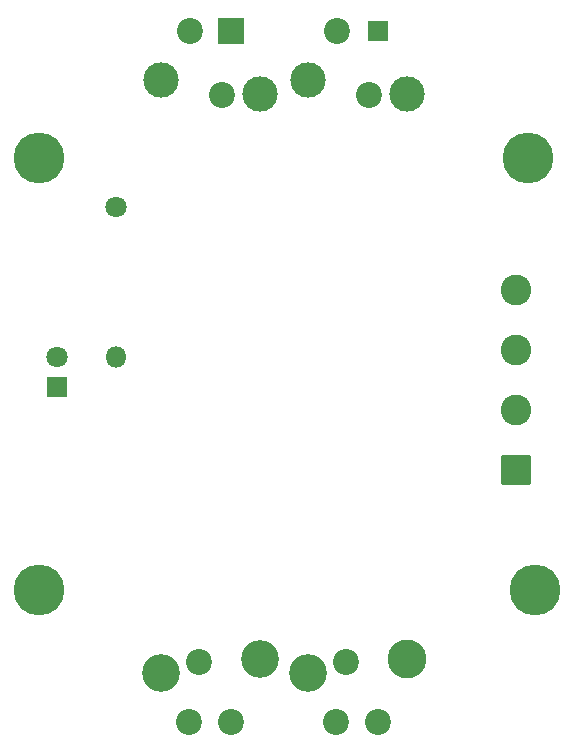
<source format=gbr>
%TF.GenerationSoftware,KiCad,Pcbnew,9.0.0*%
%TF.CreationDate,2025-03-26T13:37:58+01:00*%
%TF.ProjectId,LEDstripCtrl2.1,4c454473-7472-4697-9043-74726c322e31,rev?*%
%TF.SameCoordinates,Original*%
%TF.FileFunction,Soldermask,Top*%
%TF.FilePolarity,Negative*%
%FSLAX46Y46*%
G04 Gerber Fmt 4.6, Leading zero omitted, Abs format (unit mm)*
G04 Created by KiCad (PCBNEW 9.0.0) date 2025-03-26 13:37:58*
%MOMM*%
%LPD*%
G01*
G04 APERTURE LIST*
G04 Aperture macros list*
%AMRoundRect*
0 Rectangle with rounded corners*
0 $1 Rounding radius*
0 $2 $3 $4 $5 $6 $7 $8 $9 X,Y pos of 4 corners*
0 Add a 4 corners polygon primitive as box body*
4,1,4,$2,$3,$4,$5,$6,$7,$8,$9,$2,$3,0*
0 Add four circle primitives for the rounded corners*
1,1,$1+$1,$2,$3*
1,1,$1+$1,$4,$5*
1,1,$1+$1,$6,$7*
1,1,$1+$1,$8,$9*
0 Add four rect primitives between the rounded corners*
20,1,$1+$1,$2,$3,$4,$5,0*
20,1,$1+$1,$4,$5,$6,$7,0*
20,1,$1+$1,$6,$7,$8,$9,0*
20,1,$1+$1,$8,$9,$2,$3,0*%
G04 Aperture macros list end*
%ADD10C,4.300000*%
%ADD11R,2.200000X2.200000*%
%ADD12C,2.200000*%
%ADD13C,3.000000*%
%ADD14C,3.200000*%
%ADD15R,1.800000X1.800000*%
%ADD16C,1.800000*%
%ADD17RoundRect,0.250000X1.050000X-1.050000X1.050000X1.050000X-1.050000X1.050000X-1.050000X-1.050000X0*%
%ADD18C,2.600000*%
%ADD19R,1.750000X1.750000*%
%ADD20C,3.300000*%
%ADD21O,1.800000X1.800000*%
G04 APERTURE END LIST*
D10*
%TO.C,REF\u002A\u002A*%
X128300000Y-114400000D03*
%TD*%
D11*
%TO.C,RV1*%
X144550000Y-67050000D03*
D12*
X141050000Y-67050000D03*
X143770000Y-72430000D03*
X141810000Y-120430000D03*
X144550000Y-125550000D03*
X140953500Y-125550000D03*
D13*
X138600000Y-71200000D03*
X147000000Y-72400000D03*
D14*
X147000000Y-120200000D03*
X138600000Y-121400000D03*
%TD*%
D10*
%TO.C,REF\u002A\u002A*%
X128300000Y-77800000D03*
%TD*%
%TO.C,REF\u002A\u002A*%
X170300000Y-114400000D03*
%TD*%
D15*
%TO.C,D1*%
X129850000Y-97170000D03*
D16*
X129850000Y-94630000D03*
%TD*%
D17*
%TO.C,J1*%
X168672500Y-104170000D03*
D18*
X168672500Y-99090000D03*
X168672500Y-94010000D03*
X168672500Y-88930000D03*
%TD*%
D10*
%TO.C,REF\u002A\u002A*%
X169700000Y-77800000D03*
%TD*%
D19*
%TO.C,RV2*%
X157000000Y-67050000D03*
D12*
X153500000Y-67050000D03*
X156220000Y-72430000D03*
X154260000Y-120430000D03*
X157000000Y-125550000D03*
X153403500Y-125550000D03*
D13*
X151050000Y-71200000D03*
X159450000Y-72400000D03*
D20*
X159450000Y-120200000D03*
D14*
X151050000Y-121400000D03*
%TD*%
D16*
%TO.C,R1*%
X134800000Y-81950000D03*
D21*
X134800000Y-94650000D03*
%TD*%
M02*

</source>
